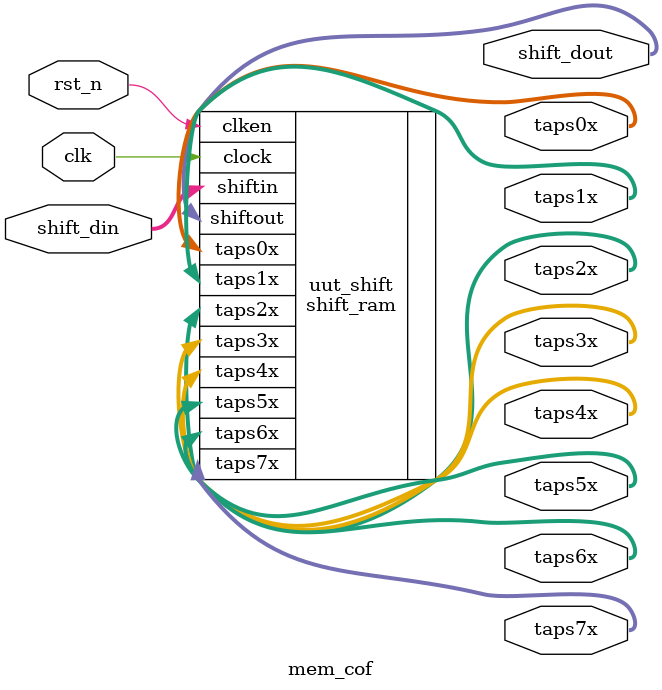
<source format=v>
`timescale 1ns / 1ps
module mem_cof(
			clk,rst_n,
			shift_din,shift_dout,//shift_all_data
			taps0x,taps1x,taps2x,taps3x,taps4x,taps5x,taps6x,taps7x
		);

input clk;		//ÏµÍ³ÊäÈëÊ±ÖÓ£¬25M
input rst_n;	//ÏµÍ³·þÎñÐÅºÅ£¬µÍÓÐÐ§

input[3:0] shift_din;					//ÒÆÎ»RAMÊäÈëÊý¾Ý
output[3:0] shift_dout;				//ÒÆÎ»RAMÊä³öÊý¾Ý
//output[31:0] shift_all_data;	//ÒÆÎ»RAMÈ«²¿64bitÊý¾Ý
output	[3:0]  taps0x;
output	[3:0]  taps1x;
output	[3:0]  taps2x;
output	[3:0]  taps3x;
output	[3:0]  taps4x;
output	[3:0]  taps5x;
output	[3:0]  taps6x;
output	[3:0]  taps7x;

//Àý»¯M4KÉú³ÉµÄÒÆÎ»RAM
shift_ram 	uut_shift(
				.clken(rst_n),		//ÒÆÎ»RAMÊ¹ÄÜÐÅºÅ£¬¸ßÓÐÐ§
				.clock(clk),
				.shiftin(shift_din),
				.shiftout(shift_dout),
				//.taps(shift_all_data)
				.taps0x(taps0x),
				.taps1x(taps1x),
				.taps2x(taps2x),
				.taps3x(taps3x),
				.taps4x(taps4x),
				.taps5x(taps5x),
				.taps6x(taps6x),
				.taps7x(taps7x)
				);


endmodule


</source>
